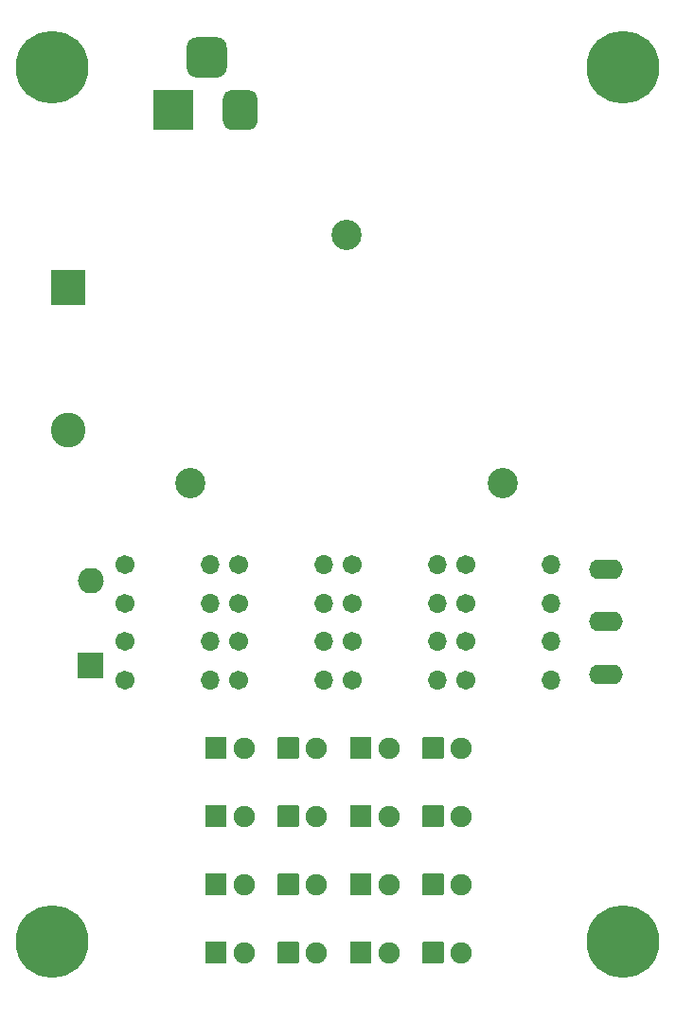
<source format=gbr>
%TF.GenerationSoftware,KiCad,Pcbnew,(5.1.9-0-10_14)*%
%TF.CreationDate,2021-08-10T11:42:44-04:00*%
%TF.ProjectId,led-tester,6c65642d-7465-4737-9465-722e6b696361,v1*%
%TF.SameCoordinates,Original*%
%TF.FileFunction,Soldermask,Top*%
%TF.FilePolarity,Negative*%
%FSLAX46Y46*%
G04 Gerber Fmt 4.6, Leading zero omitted, Abs format (unit mm)*
G04 Created by KiCad (PCBNEW (5.1.9-0-10_14)) date 2021-08-10 11:42:44*
%MOMM*%
%LPD*%
G01*
G04 APERTURE LIST*
%ADD10C,3.101600*%
%ADD11C,2.701600*%
%ADD12C,1.701600*%
%ADD13O,1.701600X1.701600*%
%ADD14C,0.901600*%
%ADD15C,6.501600*%
%ADD16C,1.901600*%
%ADD17O,2.301600X2.301600*%
%ADD18O,3.025350X1.755350*%
G04 APERTURE END LIST*
D10*
%TO.C,BT1*%
X116078000Y-95631000D03*
G36*
G01*
X117628800Y-81431000D02*
X117628800Y-84431000D01*
G75*
G02*
X117578000Y-84481800I-50800J0D01*
G01*
X114578000Y-84481800D01*
G75*
G02*
X114527200Y-84431000I0J50800D01*
G01*
X114527200Y-81431000D01*
G75*
G02*
X114578000Y-81380200I50800J0D01*
G01*
X117578000Y-81380200D01*
G75*
G02*
X117628800Y-81431000I0J-50800D01*
G01*
G37*
D11*
X126978000Y-100381000D03*
X154978000Y-100381000D03*
X140978000Y-78181000D03*
%TD*%
D12*
%TO.C,R7*%
X131318000Y-111125000D03*
D13*
X138938000Y-111125000D03*
%TD*%
D14*
%TO.C,H4*%
X167432056Y-139653944D03*
X165735000Y-138951000D03*
X164037944Y-139653944D03*
X163335000Y-141351000D03*
X164037944Y-143048056D03*
X165735000Y-143751000D03*
X167432056Y-143048056D03*
X168135000Y-141351000D03*
D15*
X165735000Y-141351000D03*
%TD*%
D14*
%TO.C,H3*%
X167432056Y-61548944D03*
X165735000Y-60846000D03*
X164037944Y-61548944D03*
X163335000Y-63246000D03*
X164037944Y-64943056D03*
X165735000Y-65646000D03*
X167432056Y-64943056D03*
X168135000Y-63246000D03*
D15*
X165735000Y-63246000D03*
%TD*%
D14*
%TO.C,H2*%
X116378056Y-139653944D03*
X114681000Y-138951000D03*
X112983944Y-139653944D03*
X112281000Y-141351000D03*
X112983944Y-143048056D03*
X114681000Y-143751000D03*
X116378056Y-143048056D03*
X117081000Y-141351000D03*
D15*
X114681000Y-141351000D03*
%TD*%
D14*
%TO.C,H1*%
X116378056Y-61548944D03*
X114681000Y-60846000D03*
X112983944Y-61548944D03*
X112281000Y-63246000D03*
X112983944Y-64943056D03*
X114681000Y-65646000D03*
X116378056Y-64943056D03*
X117081000Y-63246000D03*
D15*
X114681000Y-63246000D03*
%TD*%
%TO.C,D1*%
G36*
G01*
X128335200Y-143267000D02*
X128335200Y-141467000D01*
G75*
G02*
X128386000Y-141416200I50800J0D01*
G01*
X130186000Y-141416200D01*
G75*
G02*
X130236800Y-141467000I0J-50800D01*
G01*
X130236800Y-143267000D01*
G75*
G02*
X130186000Y-143317800I-50800J0D01*
G01*
X128386000Y-143317800D01*
G75*
G02*
X128335200Y-143267000I0J50800D01*
G01*
G37*
D16*
X131826000Y-142367000D03*
%TD*%
%TO.C,D2*%
G36*
G01*
X128335200Y-137171000D02*
X128335200Y-135371000D01*
G75*
G02*
X128386000Y-135320200I50800J0D01*
G01*
X130186000Y-135320200D01*
G75*
G02*
X130236800Y-135371000I0J-50800D01*
G01*
X130236800Y-137171000D01*
G75*
G02*
X130186000Y-137221800I-50800J0D01*
G01*
X128386000Y-137221800D01*
G75*
G02*
X128335200Y-137171000I0J50800D01*
G01*
G37*
X131826000Y-136271000D03*
%TD*%
%TO.C,D3*%
X131826000Y-130175000D03*
G36*
G01*
X128335200Y-131075000D02*
X128335200Y-129275000D01*
G75*
G02*
X128386000Y-129224200I50800J0D01*
G01*
X130186000Y-129224200D01*
G75*
G02*
X130236800Y-129275000I0J-50800D01*
G01*
X130236800Y-131075000D01*
G75*
G02*
X130186000Y-131125800I-50800J0D01*
G01*
X128386000Y-131125800D01*
G75*
G02*
X128335200Y-131075000I0J50800D01*
G01*
G37*
%TD*%
%TO.C,D4*%
G36*
G01*
X128335200Y-124979000D02*
X128335200Y-123179000D01*
G75*
G02*
X128386000Y-123128200I50800J0D01*
G01*
X130186000Y-123128200D01*
G75*
G02*
X130236800Y-123179000I0J-50800D01*
G01*
X130236800Y-124979000D01*
G75*
G02*
X130186000Y-125029800I-50800J0D01*
G01*
X128386000Y-125029800D01*
G75*
G02*
X128335200Y-124979000I0J50800D01*
G01*
G37*
X131826000Y-124079000D03*
%TD*%
%TO.C,D5*%
G36*
G01*
X134812200Y-143267000D02*
X134812200Y-141467000D01*
G75*
G02*
X134863000Y-141416200I50800J0D01*
G01*
X136663000Y-141416200D01*
G75*
G02*
X136713800Y-141467000I0J-50800D01*
G01*
X136713800Y-143267000D01*
G75*
G02*
X136663000Y-143317800I-50800J0D01*
G01*
X134863000Y-143317800D01*
G75*
G02*
X134812200Y-143267000I0J50800D01*
G01*
G37*
X138303000Y-142367000D03*
%TD*%
%TO.C,D6*%
G36*
G01*
X134812200Y-137171000D02*
X134812200Y-135371000D01*
G75*
G02*
X134863000Y-135320200I50800J0D01*
G01*
X136663000Y-135320200D01*
G75*
G02*
X136713800Y-135371000I0J-50800D01*
G01*
X136713800Y-137171000D01*
G75*
G02*
X136663000Y-137221800I-50800J0D01*
G01*
X134863000Y-137221800D01*
G75*
G02*
X134812200Y-137171000I0J50800D01*
G01*
G37*
X138303000Y-136271000D03*
%TD*%
%TO.C,D7*%
X138303000Y-130175000D03*
G36*
G01*
X134812200Y-131075000D02*
X134812200Y-129275000D01*
G75*
G02*
X134863000Y-129224200I50800J0D01*
G01*
X136663000Y-129224200D01*
G75*
G02*
X136713800Y-129275000I0J-50800D01*
G01*
X136713800Y-131075000D01*
G75*
G02*
X136663000Y-131125800I-50800J0D01*
G01*
X134863000Y-131125800D01*
G75*
G02*
X134812200Y-131075000I0J50800D01*
G01*
G37*
%TD*%
%TO.C,D8*%
G36*
G01*
X134812200Y-124979000D02*
X134812200Y-123179000D01*
G75*
G02*
X134863000Y-123128200I50800J0D01*
G01*
X136663000Y-123128200D01*
G75*
G02*
X136713800Y-123179000I0J-50800D01*
G01*
X136713800Y-124979000D01*
G75*
G02*
X136663000Y-125029800I-50800J0D01*
G01*
X134863000Y-125029800D01*
G75*
G02*
X134812200Y-124979000I0J50800D01*
G01*
G37*
X138303000Y-124079000D03*
%TD*%
%TO.C,D9*%
X144780000Y-142367000D03*
G36*
G01*
X141289200Y-143267000D02*
X141289200Y-141467000D01*
G75*
G02*
X141340000Y-141416200I50800J0D01*
G01*
X143140000Y-141416200D01*
G75*
G02*
X143190800Y-141467000I0J-50800D01*
G01*
X143190800Y-143267000D01*
G75*
G02*
X143140000Y-143317800I-50800J0D01*
G01*
X141340000Y-143317800D01*
G75*
G02*
X141289200Y-143267000I0J50800D01*
G01*
G37*
%TD*%
%TO.C,D10*%
X144780000Y-136271000D03*
G36*
G01*
X141289200Y-137171000D02*
X141289200Y-135371000D01*
G75*
G02*
X141340000Y-135320200I50800J0D01*
G01*
X143140000Y-135320200D01*
G75*
G02*
X143190800Y-135371000I0J-50800D01*
G01*
X143190800Y-137171000D01*
G75*
G02*
X143140000Y-137221800I-50800J0D01*
G01*
X141340000Y-137221800D01*
G75*
G02*
X141289200Y-137171000I0J50800D01*
G01*
G37*
%TD*%
%TO.C,D11*%
X144780000Y-130175000D03*
G36*
G01*
X141289200Y-131075000D02*
X141289200Y-129275000D01*
G75*
G02*
X141340000Y-129224200I50800J0D01*
G01*
X143140000Y-129224200D01*
G75*
G02*
X143190800Y-129275000I0J-50800D01*
G01*
X143190800Y-131075000D01*
G75*
G02*
X143140000Y-131125800I-50800J0D01*
G01*
X141340000Y-131125800D01*
G75*
G02*
X141289200Y-131075000I0J50800D01*
G01*
G37*
%TD*%
%TO.C,D12*%
X144780000Y-124079000D03*
G36*
G01*
X141289200Y-124979000D02*
X141289200Y-123179000D01*
G75*
G02*
X141340000Y-123128200I50800J0D01*
G01*
X143140000Y-123128200D01*
G75*
G02*
X143190800Y-123179000I0J-50800D01*
G01*
X143190800Y-124979000D01*
G75*
G02*
X143140000Y-125029800I-50800J0D01*
G01*
X141340000Y-125029800D01*
G75*
G02*
X141289200Y-124979000I0J50800D01*
G01*
G37*
%TD*%
%TO.C,D13*%
G36*
G01*
X147766200Y-143267000D02*
X147766200Y-141467000D01*
G75*
G02*
X147817000Y-141416200I50800J0D01*
G01*
X149617000Y-141416200D01*
G75*
G02*
X149667800Y-141467000I0J-50800D01*
G01*
X149667800Y-143267000D01*
G75*
G02*
X149617000Y-143317800I-50800J0D01*
G01*
X147817000Y-143317800D01*
G75*
G02*
X147766200Y-143267000I0J50800D01*
G01*
G37*
X151257000Y-142367000D03*
%TD*%
%TO.C,D14*%
G36*
G01*
X147766200Y-137171000D02*
X147766200Y-135371000D01*
G75*
G02*
X147817000Y-135320200I50800J0D01*
G01*
X149617000Y-135320200D01*
G75*
G02*
X149667800Y-135371000I0J-50800D01*
G01*
X149667800Y-137171000D01*
G75*
G02*
X149617000Y-137221800I-50800J0D01*
G01*
X147817000Y-137221800D01*
G75*
G02*
X147766200Y-137171000I0J50800D01*
G01*
G37*
X151257000Y-136271000D03*
%TD*%
%TO.C,D15*%
X151257000Y-130175000D03*
G36*
G01*
X147766200Y-131075000D02*
X147766200Y-129275000D01*
G75*
G02*
X147817000Y-129224200I50800J0D01*
G01*
X149617000Y-129224200D01*
G75*
G02*
X149667800Y-129275000I0J-50800D01*
G01*
X149667800Y-131075000D01*
G75*
G02*
X149617000Y-131125800I-50800J0D01*
G01*
X147817000Y-131125800D01*
G75*
G02*
X147766200Y-131075000I0J50800D01*
G01*
G37*
%TD*%
%TO.C,D16*%
G36*
G01*
X147766200Y-124979000D02*
X147766200Y-123179000D01*
G75*
G02*
X147817000Y-123128200I50800J0D01*
G01*
X149617000Y-123128200D01*
G75*
G02*
X149667800Y-123179000I0J-50800D01*
G01*
X149667800Y-124979000D01*
G75*
G02*
X149617000Y-125029800I-50800J0D01*
G01*
X147817000Y-125029800D01*
G75*
G02*
X147766200Y-124979000I0J50800D01*
G01*
G37*
X151257000Y-124079000D03*
%TD*%
%TO.C,D17*%
G36*
G01*
X119210000Y-117863800D02*
X117010000Y-117863800D01*
G75*
G02*
X116959200Y-117813000I0J50800D01*
G01*
X116959200Y-115613000D01*
G75*
G02*
X117010000Y-115562200I50800J0D01*
G01*
X119210000Y-115562200D01*
G75*
G02*
X119260800Y-115613000I0J-50800D01*
G01*
X119260800Y-117813000D01*
G75*
G02*
X119210000Y-117863800I-50800J0D01*
G01*
G37*
D17*
X118110000Y-109093000D03*
%TD*%
%TO.C,J1*%
G36*
G01*
X127276800Y-65306000D02*
X127276800Y-68806000D01*
G75*
G02*
X127226000Y-68856800I-50800J0D01*
G01*
X123726000Y-68856800D01*
G75*
G02*
X123675200Y-68806000I0J50800D01*
G01*
X123675200Y-65306000D01*
G75*
G02*
X123726000Y-65255200I50800J0D01*
G01*
X127226000Y-65255200D01*
G75*
G02*
X127276800Y-65306000I0J-50800D01*
G01*
G37*
G36*
G01*
X133026800Y-66030600D02*
X133026800Y-68081400D01*
G75*
G02*
X132251400Y-68856800I-775400J0D01*
G01*
X130700600Y-68856800D01*
G75*
G02*
X129925200Y-68081400I0J775400D01*
G01*
X129925200Y-66030600D01*
G75*
G02*
X130700600Y-65255200I775400J0D01*
G01*
X132251400Y-65255200D01*
G75*
G02*
X133026800Y-66030600I0J-775400D01*
G01*
G37*
G36*
G01*
X130276800Y-61455600D02*
X130276800Y-63256400D01*
G75*
G02*
X129376400Y-64156800I-900400J0D01*
G01*
X127575600Y-64156800D01*
G75*
G02*
X126675200Y-63256400I0J900400D01*
G01*
X126675200Y-61455600D01*
G75*
G02*
X127575600Y-60555200I900400J0D01*
G01*
X129376400Y-60555200D01*
G75*
G02*
X130276800Y-61455600I0J-900400D01*
G01*
G37*
%TD*%
D12*
%TO.C,R1*%
X121158000Y-117983000D03*
D13*
X128778000Y-117983000D03*
%TD*%
D12*
%TO.C,R2*%
X121158000Y-114554000D03*
D13*
X128778000Y-114554000D03*
%TD*%
%TO.C,R3*%
X128778000Y-111125000D03*
D12*
X121158000Y-111125000D03*
%TD*%
%TO.C,R4*%
X121158000Y-107696000D03*
D13*
X128778000Y-107696000D03*
%TD*%
D12*
%TO.C,R5*%
X131318000Y-117983000D03*
D13*
X138938000Y-117983000D03*
%TD*%
%TO.C,R6*%
X138938000Y-114554000D03*
D12*
X131318000Y-114554000D03*
%TD*%
D13*
%TO.C,R8*%
X138938000Y-107696000D03*
D12*
X131318000Y-107696000D03*
%TD*%
D13*
%TO.C,R9*%
X149098000Y-117983000D03*
D12*
X141478000Y-117983000D03*
%TD*%
D13*
%TO.C,R10*%
X149098000Y-114554000D03*
D12*
X141478000Y-114554000D03*
%TD*%
D13*
%TO.C,R11*%
X149098000Y-111125000D03*
D12*
X141478000Y-111125000D03*
%TD*%
D13*
%TO.C,R12*%
X149098000Y-107696000D03*
D12*
X141478000Y-107696000D03*
%TD*%
%TO.C,R13*%
X151638000Y-117983000D03*
D13*
X159258000Y-117983000D03*
%TD*%
%TO.C,R14*%
X159258000Y-114554000D03*
D12*
X151638000Y-114554000D03*
%TD*%
%TO.C,R15*%
X151638000Y-111125000D03*
D13*
X159258000Y-111125000D03*
%TD*%
D12*
%TO.C,R16*%
X151638000Y-107696000D03*
D13*
X159258000Y-107696000D03*
%TD*%
D18*
%TO.C,SW1*%
X164211000Y-117475000D03*
X164211000Y-112775000D03*
X164211000Y-108075000D03*
%TD*%
M02*

</source>
